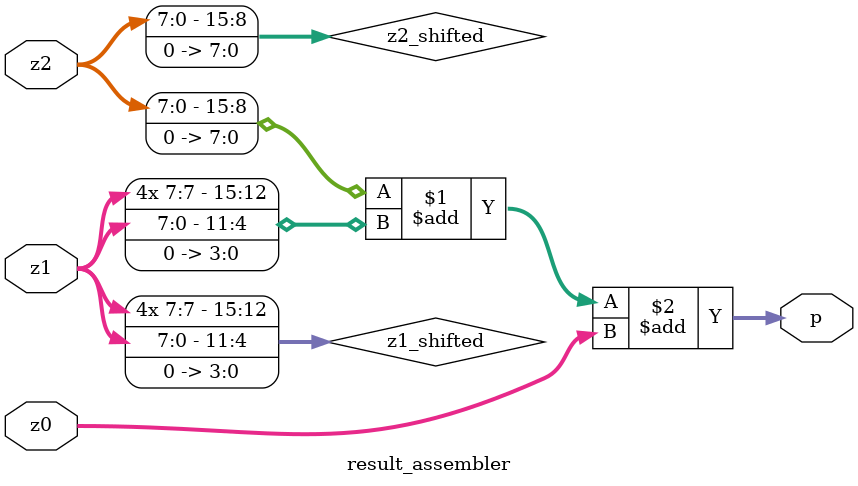
<source format=sv>
module signed_mult (
    input signed [7:0] a,
    input signed [7:0] b,
    output signed [15:0] p
);

    wire signed [7:0] a_high, a_low;
    wire signed [7:0] b_high, b_low;
    wire signed [7:0] z0, z1, z2;
    wire signed [7:0] sum_a, sum_b;

    input_splitter split_a (
        .in(a),
        .high(a_high),
        .low(a_low)
    );

    input_splitter split_b (
        .in(b),
        .high(b_high),
        .low(b_low)
    );

    product_calculator products (
        .a_high(a_high),
        .a_low(a_low),
        .b_high(b_high),
        .b_low(b_low),
        .z0(z0),
        .z1(z1),
        .z2(z2)
    );

    result_assembler assembler (
        .z0(z0),
        .z1(z1),
        .z2(z2),
        .p(p)
    );

endmodule

module input_splitter (
    input signed [7:0] in,
    output signed [7:0] high,
    output signed [7:0] low
);
    assign high = in[7:4];
    assign low = in[3:0];
endmodule

module product_calculator (
    input signed [7:0] a_high,
    input signed [7:0] a_low,
    input signed [7:0] b_high,
    input signed [7:0] b_low,
    output signed [7:0] z0,
    output signed [7:0] z1,
    output signed [7:0] z2
);
    wire signed [7:0] sum_a, sum_b;
    
    assign z0 = a_low * b_low;
    assign z2 = a_high * b_high;
    assign sum_a = a_high + a_low;
    assign sum_b = b_high + b_low;
    assign z1 = sum_a * sum_b - z0 - z2;
endmodule

module result_assembler (
    input signed [7:0] z0,
    input signed [7:0] z1,
    input signed [7:0] z2,
    output signed [15:0] p
);
    wire signed [15:0] z2_shifted, z1_shifted;
    
    // Barrel shifter implementation
    assign z2_shifted = {z2, 8'b0};
    assign z1_shifted = {{8{z1[7]}}, z1, 4'b0};
    
    assign p = z2_shifted + z1_shifted + z0;
endmodule
</source>
